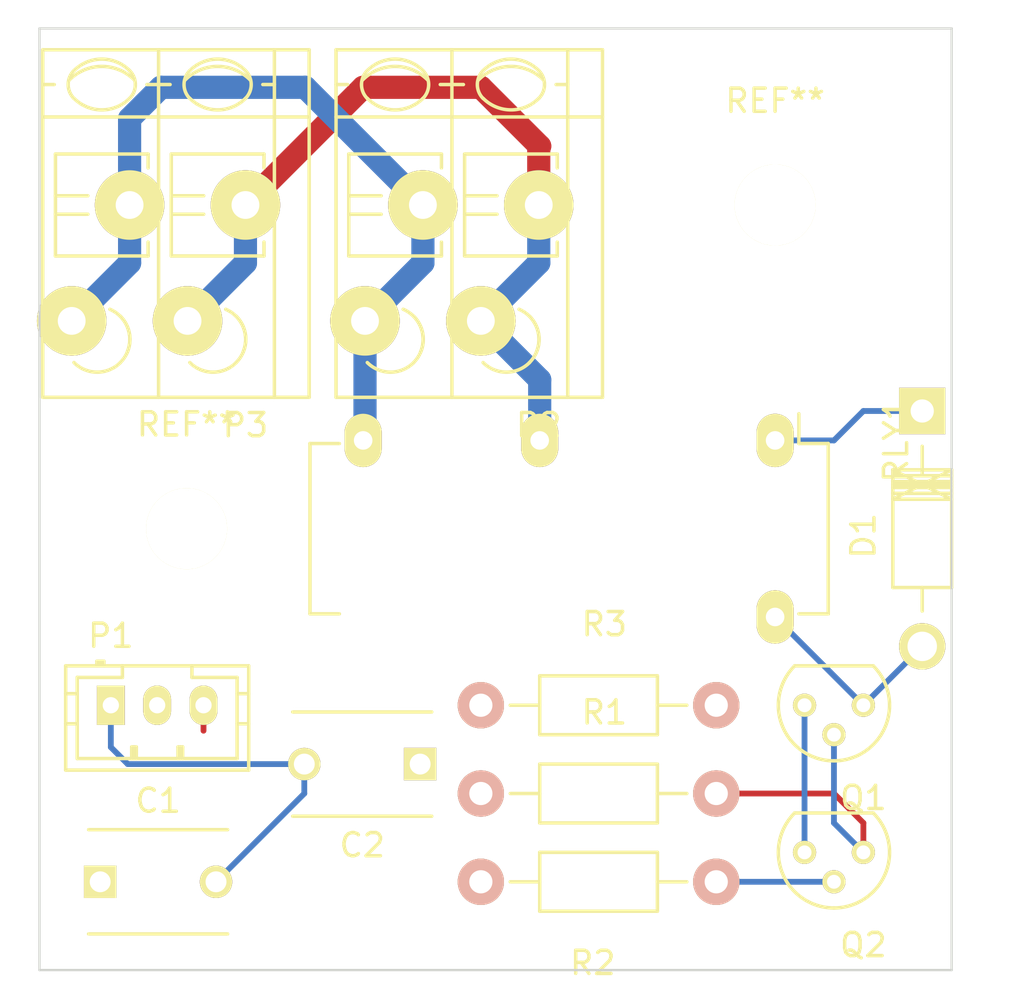
<source format=kicad_pcb>
(kicad_pcb (version 4) (host pcbnew 4.0.2+e4-6225~38~ubuntu14.04.1-stable)

  (general
    (links 0)
    (no_connects 24)
    (area 0 0 0 0)
    (thickness 1.6)
    (drawings 4)
    (tracks 39)
    (zones 0)
    (modules 14)
    (nets 10)
  )

  (page A4)
  (layers
    (0 F.Cu signal)
    (31 B.Cu signal)
    (32 B.Adhes user)
    (33 F.Adhes user)
    (34 B.Paste user)
    (35 F.Paste user)
    (36 B.SilkS user)
    (37 F.SilkS user)
    (38 B.Mask user)
    (39 F.Mask user)
    (40 Dwgs.User user)
    (41 Cmts.User user)
    (42 Eco1.User user)
    (43 Eco2.User user)
    (44 Edge.Cuts user)
    (45 Margin user)
    (46 B.CrtYd user)
    (47 F.CrtYd user)
    (48 B.Fab user)
    (49 F.Fab user)
  )

  (setup
    (last_trace_width 0.25)
    (trace_clearance 0.2)
    (zone_clearance 0.508)
    (zone_45_only no)
    (trace_min 0.2)
    (segment_width 0.2)
    (edge_width 0.1)
    (via_size 0.6)
    (via_drill 0.4)
    (via_min_size 0.4)
    (via_min_drill 0.3)
    (uvia_size 0.3)
    (uvia_drill 0.1)
    (uvias_allowed no)
    (uvia_min_size 0.2)
    (uvia_min_drill 0.1)
    (pcb_text_width 0.3)
    (pcb_text_size 1.5 1.5)
    (mod_edge_width 0.15)
    (mod_text_size 1 1)
    (mod_text_width 0.15)
    (pad_size 1.5 1.5)
    (pad_drill 0.6)
    (pad_to_mask_clearance 0)
    (aux_axis_origin 0 0)
    (visible_elements FFFFEF7F)
    (pcbplotparams
      (layerselection 0x00030_80000001)
      (usegerberextensions false)
      (excludeedgelayer true)
      (linewidth 0.100000)
      (plotframeref false)
      (viasonmask false)
      (mode 1)
      (useauxorigin false)
      (hpglpennumber 1)
      (hpglpenspeed 20)
      (hpglpendiameter 15)
      (hpglpenoverlay 2)
      (psnegative false)
      (psa4output false)
      (plotreference true)
      (plotvalue true)
      (plotinvisibletext false)
      (padsonsilk false)
      (subtractmaskfromsilk false)
      (outputformat 1)
      (mirror false)
      (drillshape 1)
      (scaleselection 1)
      (outputdirectory ""))
  )

  (net 0 "")
  (net 1 +5V)
  (net 2 GND)
  (net 3 "Net-(C2-Pad1)")
  (net 4 "Net-(D1-Pad2)")
  (net 5 "Net-(P1-Pad2)")
  (net 6 "Net-(P2-Pad2)")
  (net 7 "Net-(P2-Pad1)")
  (net 8 "Net-(Q1-Pad2)")
  (net 9 "Net-(Q2-Pad2)")

  (net_class Default "This is the default net class."
    (clearance 0.2)
    (trace_width 0.25)
    (via_dia 0.6)
    (via_drill 0.4)
    (uvia_dia 0.3)
    (uvia_drill 0.1)
    (add_net +5V)
    (add_net GND)
    (add_net "Net-(C2-Pad1)")
    (add_net "Net-(D1-Pad2)")
    (add_net "Net-(Q1-Pad2)")
    (add_net "Net-(Q2-Pad2)")
  )

  (net_class Mains ""
    (clearance 3)
    (trace_width 1)
    (via_dia 0.6)
    (via_drill 0.4)
    (uvia_dia 0.3)
    (uvia_drill 0.1)
    (add_net "Net-(P1-Pad2)")
    (add_net "Net-(P2-Pad1)")
    (add_net "Net-(P2-Pad2)")
  )

  (module Capacitors_ThroughHole:C_Disc_D6_P5 (layer F.Cu) (tedit 0) (tstamp 57533A27)
    (at 161.37 107.95)
    (descr "Capacitor 6mm Disc, Pitch 5mm")
    (tags Capacitor)
    (path /572D6095)
    (fp_text reference C1 (at 2.5 -3.5) (layer F.SilkS)
      (effects (font (size 1 1) (thickness 0.15)))
    )
    (fp_text value 100u (at 2.5 3.5) (layer F.Fab)
      (effects (font (size 1 1) (thickness 0.15)))
    )
    (fp_line (start -0.95 -2.5) (end 5.95 -2.5) (layer F.CrtYd) (width 0.05))
    (fp_line (start 5.95 -2.5) (end 5.95 2.5) (layer F.CrtYd) (width 0.05))
    (fp_line (start 5.95 2.5) (end -0.95 2.5) (layer F.CrtYd) (width 0.05))
    (fp_line (start -0.95 2.5) (end -0.95 -2.5) (layer F.CrtYd) (width 0.05))
    (fp_line (start -0.5 -2.25) (end 5.5 -2.25) (layer F.SilkS) (width 0.15))
    (fp_line (start 5.5 2.25) (end -0.5 2.25) (layer F.SilkS) (width 0.15))
    (pad 1 thru_hole rect (at 0 0) (size 1.4 1.4) (drill 0.9) (layers *.Cu *.Mask F.SilkS)
      (net 1 +5V))
    (pad 2 thru_hole circle (at 5 0) (size 1.4 1.4) (drill 0.9) (layers *.Cu *.Mask F.SilkS)
      (net 2 GND))
    (model Capacitors_ThroughHole.3dshapes/C_Disc_D6_P5.wrl
      (at (xyz 0.0984252 0 0))
      (scale (xyz 1 1 1))
      (rotate (xyz 0 0 0))
    )
  )

  (module Capacitors_ThroughHole:C_Disc_D6_P5 (layer F.Cu) (tedit 0) (tstamp 57533A2D)
    (at 175.18 102.87 180)
    (descr "Capacitor 6mm Disc, Pitch 5mm")
    (tags Capacitor)
    (path /572CE616)
    (fp_text reference C2 (at 2.5 -3.5 180) (layer F.SilkS)
      (effects (font (size 1 1) (thickness 0.15)))
    )
    (fp_text value 47u (at 2.5 3.5 180) (layer F.Fab)
      (effects (font (size 1 1) (thickness 0.15)))
    )
    (fp_line (start -0.95 -2.5) (end 5.95 -2.5) (layer F.CrtYd) (width 0.05))
    (fp_line (start 5.95 -2.5) (end 5.95 2.5) (layer F.CrtYd) (width 0.05))
    (fp_line (start 5.95 2.5) (end -0.95 2.5) (layer F.CrtYd) (width 0.05))
    (fp_line (start -0.95 2.5) (end -0.95 -2.5) (layer F.CrtYd) (width 0.05))
    (fp_line (start -0.5 -2.25) (end 5.5 -2.25) (layer F.SilkS) (width 0.15))
    (fp_line (start 5.5 2.25) (end -0.5 2.25) (layer F.SilkS) (width 0.15))
    (pad 1 thru_hole rect (at 0 0 180) (size 1.4 1.4) (drill 0.9) (layers *.Cu *.Mask F.SilkS)
      (net 3 "Net-(C2-Pad1)"))
    (pad 2 thru_hole circle (at 5 0 180) (size 1.4 1.4) (drill 0.9) (layers *.Cu *.Mask F.SilkS)
      (net 2 GND))
    (model Capacitors_ThroughHole.3dshapes/C_Disc_D6_P5.wrl
      (at (xyz 0.0984252 0 0))
      (scale (xyz 1 1 1))
      (rotate (xyz 0 0 0))
    )
  )

  (module Diodes_ThroughHole:Diode_DO-41_SOD81_Horizontal_RM10 (layer F.Cu) (tedit 552FFCCE) (tstamp 57533A33)
    (at 196.84746 87.63 270)
    (descr "Diode, DO-41, SOD81, Horizontal, RM 10mm,")
    (tags "Diode, DO-41, SOD81, Horizontal, RM 10mm, 1N4007, SB140,")
    (path /5737856B)
    (fp_text reference D1 (at 5.38734 2.53746 270) (layer F.SilkS)
      (effects (font (size 1 1) (thickness 0.15)))
    )
    (fp_text value 1N4148 (at 4.37134 -3.55854 270) (layer F.Fab)
      (effects (font (size 1 1) (thickness 0.15)))
    )
    (fp_line (start 7.62 -0.00254) (end 8.636 -0.00254) (layer F.SilkS) (width 0.15))
    (fp_line (start 2.794 -0.00254) (end 1.524 -0.00254) (layer F.SilkS) (width 0.15))
    (fp_line (start 3.048 -1.27254) (end 3.048 1.26746) (layer F.SilkS) (width 0.15))
    (fp_line (start 3.302 -1.27254) (end 3.302 1.26746) (layer F.SilkS) (width 0.15))
    (fp_line (start 3.556 -1.27254) (end 3.556 1.26746) (layer F.SilkS) (width 0.15))
    (fp_line (start 2.794 -1.27254) (end 2.794 1.26746) (layer F.SilkS) (width 0.15))
    (fp_line (start 3.81 -1.27254) (end 2.54 1.26746) (layer F.SilkS) (width 0.15))
    (fp_line (start 2.54 -1.27254) (end 3.81 1.26746) (layer F.SilkS) (width 0.15))
    (fp_line (start 3.81 -1.27254) (end 3.81 1.26746) (layer F.SilkS) (width 0.15))
    (fp_line (start 3.175 -1.27254) (end 3.175 1.26746) (layer F.SilkS) (width 0.15))
    (fp_line (start 2.54 1.26746) (end 2.54 -1.27254) (layer F.SilkS) (width 0.15))
    (fp_line (start 2.54 -1.27254) (end 7.62 -1.27254) (layer F.SilkS) (width 0.15))
    (fp_line (start 7.62 -1.27254) (end 7.62 1.26746) (layer F.SilkS) (width 0.15))
    (fp_line (start 7.62 1.26746) (end 2.54 1.26746) (layer F.SilkS) (width 0.15))
    (pad 2 thru_hole circle (at 10.16 -0.00254 90) (size 1.99898 1.99898) (drill 1.27) (layers *.Cu *.Mask F.SilkS)
      (net 4 "Net-(D1-Pad2)"))
    (pad 1 thru_hole rect (at 0 -0.00254 90) (size 1.99898 1.99898) (drill 1.00076) (layers *.Cu *.Mask F.SilkS)
      (net 1 +5V))
  )

  (module Connectors_JST:JST_PH_B3B-PH-K_03x2.00mm_Straight (layer F.Cu) (tedit 56B07786) (tstamp 57533A3A)
    (at 161.83 100.33)
    (descr http://www.jst-mfg.com/product/pdf/eng/ePH.pdf)
    (tags "connector jst ph")
    (path /5753360E)
    (fp_text reference P1 (at 0 -3) (layer F.SilkS)
      (effects (font (size 1 1) (thickness 0.15)))
    )
    (fp_text value CONN_01X03 (at 2 4) (layer F.Fab)
      (effects (font (size 1 1) (thickness 0.15)))
    )
    (fp_line (start -1.95 2.8) (end -1.95 -1.7) (layer F.SilkS) (width 0.15))
    (fp_line (start -1.95 -1.7) (end 5.95 -1.7) (layer F.SilkS) (width 0.15))
    (fp_line (start 5.95 -1.7) (end 5.95 2.8) (layer F.SilkS) (width 0.15))
    (fp_line (start 5.95 2.8) (end -1.95 2.8) (layer F.SilkS) (width 0.15))
    (fp_line (start 0.5 -1.7) (end 0.5 -1.2) (layer F.SilkS) (width 0.15))
    (fp_line (start 0.5 -1.2) (end -1.45 -1.2) (layer F.SilkS) (width 0.15))
    (fp_line (start -1.45 -1.2) (end -1.45 2.3) (layer F.SilkS) (width 0.15))
    (fp_line (start -1.45 2.3) (end 5.45 2.3) (layer F.SilkS) (width 0.15))
    (fp_line (start 5.45 2.3) (end 5.45 -1.2) (layer F.SilkS) (width 0.15))
    (fp_line (start 5.45 -1.2) (end 3.5 -1.2) (layer F.SilkS) (width 0.15))
    (fp_line (start 3.5 -1.2) (end 3.5 -1.7) (layer F.SilkS) (width 0.15))
    (fp_line (start -1.95 -0.5) (end -1.45 -0.5) (layer F.SilkS) (width 0.15))
    (fp_line (start -1.95 0.8) (end -1.45 0.8) (layer F.SilkS) (width 0.15))
    (fp_line (start 5.45 -0.5) (end 5.95 -0.5) (layer F.SilkS) (width 0.15))
    (fp_line (start 5.45 0.8) (end 5.95 0.8) (layer F.SilkS) (width 0.15))
    (fp_line (start -0.3 -1.7) (end -0.3 -1.9) (layer F.SilkS) (width 0.15))
    (fp_line (start -0.3 -1.9) (end -0.6 -1.9) (layer F.SilkS) (width 0.15))
    (fp_line (start -0.6 -1.9) (end -0.6 -1.7) (layer F.SilkS) (width 0.15))
    (fp_line (start -0.3 -1.8) (end -0.6 -1.8) (layer F.SilkS) (width 0.15))
    (fp_line (start 0.9 2.3) (end 0.9 1.8) (layer F.SilkS) (width 0.15))
    (fp_line (start 0.9 1.8) (end 1.1 1.8) (layer F.SilkS) (width 0.15))
    (fp_line (start 1.1 1.8) (end 1.1 2.3) (layer F.SilkS) (width 0.15))
    (fp_line (start 1 2.3) (end 1 1.8) (layer F.SilkS) (width 0.15))
    (fp_line (start 2.9 2.3) (end 2.9 1.8) (layer F.SilkS) (width 0.15))
    (fp_line (start 2.9 1.8) (end 3.1 1.8) (layer F.SilkS) (width 0.15))
    (fp_line (start 3.1 1.8) (end 3.1 2.3) (layer F.SilkS) (width 0.15))
    (fp_line (start 3 2.3) (end 3 1.8) (layer F.SilkS) (width 0.15))
    (fp_line (start -2.45 3.3) (end -2.45 -2.2) (layer F.CrtYd) (width 0.05))
    (fp_line (start -2.45 -2.2) (end 6.45 -2.2) (layer F.CrtYd) (width 0.05))
    (fp_line (start 6.45 -2.2) (end 6.45 3.3) (layer F.CrtYd) (width 0.05))
    (fp_line (start 6.45 3.3) (end -2.45 3.3) (layer F.CrtYd) (width 0.05))
    (pad 1 thru_hole rect (at 0 0) (size 1.2 1.7) (drill 0.7) (layers *.Cu *.Mask F.SilkS)
      (net 2 GND))
    (pad 2 thru_hole oval (at 2 0) (size 1.2 1.7) (drill 0.7) (layers *.Cu *.Mask F.SilkS)
      (net 5 "Net-(P1-Pad2)"))
    (pad 3 thru_hole oval (at 4 0) (size 1.2 1.7) (drill 0.7) (layers *.Cu *.Mask F.SilkS)
      (net 1 +5V))
  )

  (module Terminal_Blocks:TerminalBlock_WAGO-804_RM5mm_2pol (layer F.Cu) (tedit 5471A923) (tstamp 57533A42)
    (at 180.29936 78.74 180)
    (path /57533822)
    (fp_text reference P2 (at 0 -9.5 180) (layer F.SilkS)
      (effects (font (size 1 1) (thickness 0.15)))
    )
    (fp_text value CONN_01X02 (at 0 8 180) (layer F.Fab)
      (effects (font (size 1 1) (thickness 0.15)))
    )
    (fp_line (start 3.75 3.8) (end 8.75 3.8) (layer F.SilkS) (width 0.15))
    (fp_line (start 8.74904 -8.30072) (end 3.75032 -8.30072) (layer F.SilkS) (width 0.15))
    (fp_line (start 8.74904 6.70052) (end 3.75032 6.70052) (layer F.SilkS) (width 0.15))
    (fp_line (start 8.74904 -8.30072) (end 8.74904 6.70052) (layer F.SilkS) (width 0.15))
    (fp_line (start 3.75032 5.19938) (end 4.2507 5.19938) (layer F.SilkS) (width 0.15))
    (fp_line (start 8.74904 5.19938) (end 8.2512 5.19938) (layer F.SilkS) (width 0.15))
    (fp_line (start 4.1999 2.19964) (end 4.1999 1.6002) (layer F.SilkS) (width 0.15))
    (fp_line (start 8.2004 2.19964) (end 4.1999 2.19964) (layer F.SilkS) (width 0.15))
    (fp_line (start 8.2004 -2.19964) (end 8.2004 2.19964) (layer F.SilkS) (width 0.15))
    (fp_line (start 4.1999 -2.19964) (end 8.2004 -2.19964) (layer F.SilkS) (width 0.15))
    (fp_line (start 4.1999 -2.19964) (end 4.1999 -1.6002) (layer F.SilkS) (width 0.15))
    (fp_line (start 8.2004 -0.39878) (end 6.80086 -0.39878) (layer F.SilkS) (width 0.15))
    (fp_line (start 8.2004 0.39878) (end 6.80086 0.39878) (layer F.SilkS) (width 0.15))
    (fp_arc (start 6.39954 -5.79882) (end 5.39878 -6.79958) (angle 90) (layer F.SilkS) (width 0.15))
    (fp_arc (start 6.39954 -5.79882) (end 5.39878 -4.8006) (angle 90) (layer F.SilkS) (width 0.15))
    (fp_arc (start 6.19888 5.80136) (end 5 4.60248) (angle 90) (layer F.SilkS) (width 0.15))
    (fp_arc (start 6.19888 4.59994) (end 7.4003 5.79882) (angle 90) (layer F.SilkS) (width 0.15))
    (fp_arc (start 5.59944 5.19938) (end 5 5.79882) (angle 90) (layer F.SilkS) (width 0.15))
    (fp_arc (start 6.80086 5.19938) (end 7.40284 4.59994) (angle 90) (layer F.SilkS) (width 0.15))
    (fp_arc (start 6.19888 4.0005) (end 7.60096 5.40004) (angle 90) (layer F.SilkS) (width 0.15))
    (fp_arc (start 6.39954 -5.79882) (end 5.8509 -4.50088) (angle 90) (layer F.SilkS) (width 0.15))
    (fp_line (start 3.75 3.8) (end -2.75 3.8) (layer F.SilkS) (width 0.15))
    (fp_line (start -1.25 6.7) (end -2.75 6.7) (layer F.SilkS) (width 0.15))
    (fp_line (start -2.75 6.7) (end -2.75 -8.3) (layer F.SilkS) (width 0.15))
    (fp_line (start -2.75 -8.3) (end -1.25 -8.3) (layer F.SilkS) (width 0.15))
    (fp_arc (start 1.39954 -5.79882) (end 0.8509 -4.50088) (angle 90) (layer F.SilkS) (width 0.15))
    (fp_arc (start 1.19888 4.0005) (end 2.60096 5.40004) (angle 90) (layer F.SilkS) (width 0.15))
    (fp_arc (start 1.80086 5.19938) (end 2.40284 4.59994) (angle 90) (layer F.SilkS) (width 0.15))
    (fp_arc (start 0.59944 5.19938) (end 0 5.79882) (angle 90) (layer F.SilkS) (width 0.15))
    (fp_arc (start 1.19888 4.59994) (end 2.4003 5.79882) (angle 90) (layer F.SilkS) (width 0.15))
    (fp_arc (start 1.19888 5.80136) (end 0 4.60248) (angle 90) (layer F.SilkS) (width 0.15))
    (fp_arc (start 1.39954 -5.79882) (end 0.39878 -4.8006) (angle 90) (layer F.SilkS) (width 0.15))
    (fp_arc (start 1.39954 -5.79882) (end 0.39878 -6.79958) (angle 90) (layer F.SilkS) (width 0.15))
    (fp_line (start 3.2004 0.39878) (end 1.80086 0.39878) (layer F.SilkS) (width 0.15))
    (fp_line (start 3.2004 -0.39878) (end 1.80086 -0.39878) (layer F.SilkS) (width 0.15))
    (fp_line (start -0.8001 -2.19964) (end -0.8001 -1.6002) (layer F.SilkS) (width 0.15))
    (fp_line (start -0.8001 -2.19964) (end 3.2004 -2.19964) (layer F.SilkS) (width 0.15))
    (fp_line (start 3.2004 -2.19964) (end 3.2004 2.19964) (layer F.SilkS) (width 0.15))
    (fp_line (start 3.2004 2.19964) (end -0.8001 2.19964) (layer F.SilkS) (width 0.15))
    (fp_line (start -0.8001 2.19964) (end -0.8001 1.6002) (layer F.SilkS) (width 0.15))
    (fp_line (start 3.74904 5.19938) (end 3.2512 5.19938) (layer F.SilkS) (width 0.15))
    (fp_line (start -1.24968 5.19938) (end -0.7493 5.19938) (layer F.SilkS) (width 0.15))
    (fp_line (start 3.74904 -8.30072) (end 3.74904 6.70052) (layer F.SilkS) (width 0.15))
    (fp_line (start 3.74904 6.70052) (end -1.24968 6.70052) (layer F.SilkS) (width 0.15))
    (fp_line (start -1.24968 6.70052) (end -1.24968 -8.30072) (layer F.SilkS) (width 0.15))
    (fp_line (start 3.74904 -8.30072) (end -1.24968 -8.30072) (layer F.SilkS) (width 0.15))
    (pad 2 thru_hole circle (at 7.49936 -5.00126 180) (size 3 3) (drill 1.2) (layers *.Cu *.Mask F.SilkS)
      (net 6 "Net-(P2-Pad2)"))
    (pad 2 thru_hole circle (at 5 0 180) (size 3 3) (drill 1.2) (layers *.Cu *.Mask F.SilkS)
      (net 6 "Net-(P2-Pad2)"))
    (pad 1 thru_hole circle (at 0 0 180) (size 3 3) (drill 1.2) (layers *.Cu *.Mask F.SilkS)
      (net 7 "Net-(P2-Pad1)"))
    (pad 1 thru_hole circle (at 2.49936 -5.00126 180) (size 3 3) (drill 1.2) (layers *.Cu *.Mask F.SilkS)
      (net 7 "Net-(P2-Pad1)"))
  )

  (module Terminal_Blocks:TerminalBlock_WAGO-804_RM5mm_2pol (layer F.Cu) (tedit 5471A923) (tstamp 57533A4A)
    (at 167.64 78.74 180)
    (path /57533867)
    (fp_text reference P3 (at 0 -9.5 180) (layer F.SilkS)
      (effects (font (size 1 1) (thickness 0.15)))
    )
    (fp_text value CONN_01X02 (at 0 8 180) (layer F.Fab)
      (effects (font (size 1 1) (thickness 0.15)))
    )
    (fp_line (start 3.75 3.8) (end 8.75 3.8) (layer F.SilkS) (width 0.15))
    (fp_line (start 8.74904 -8.30072) (end 3.75032 -8.30072) (layer F.SilkS) (width 0.15))
    (fp_line (start 8.74904 6.70052) (end 3.75032 6.70052) (layer F.SilkS) (width 0.15))
    (fp_line (start 8.74904 -8.30072) (end 8.74904 6.70052) (layer F.SilkS) (width 0.15))
    (fp_line (start 3.75032 5.19938) (end 4.2507 5.19938) (layer F.SilkS) (width 0.15))
    (fp_line (start 8.74904 5.19938) (end 8.2512 5.19938) (layer F.SilkS) (width 0.15))
    (fp_line (start 4.1999 2.19964) (end 4.1999 1.6002) (layer F.SilkS) (width 0.15))
    (fp_line (start 8.2004 2.19964) (end 4.1999 2.19964) (layer F.SilkS) (width 0.15))
    (fp_line (start 8.2004 -2.19964) (end 8.2004 2.19964) (layer F.SilkS) (width 0.15))
    (fp_line (start 4.1999 -2.19964) (end 8.2004 -2.19964) (layer F.SilkS) (width 0.15))
    (fp_line (start 4.1999 -2.19964) (end 4.1999 -1.6002) (layer F.SilkS) (width 0.15))
    (fp_line (start 8.2004 -0.39878) (end 6.80086 -0.39878) (layer F.SilkS) (width 0.15))
    (fp_line (start 8.2004 0.39878) (end 6.80086 0.39878) (layer F.SilkS) (width 0.15))
    (fp_arc (start 6.39954 -5.79882) (end 5.39878 -6.79958) (angle 90) (layer F.SilkS) (width 0.15))
    (fp_arc (start 6.39954 -5.79882) (end 5.39878 -4.8006) (angle 90) (layer F.SilkS) (width 0.15))
    (fp_arc (start 6.19888 5.80136) (end 5 4.60248) (angle 90) (layer F.SilkS) (width 0.15))
    (fp_arc (start 6.19888 4.59994) (end 7.4003 5.79882) (angle 90) (layer F.SilkS) (width 0.15))
    (fp_arc (start 5.59944 5.19938) (end 5 5.79882) (angle 90) (layer F.SilkS) (width 0.15))
    (fp_arc (start 6.80086 5.19938) (end 7.40284 4.59994) (angle 90) (layer F.SilkS) (width 0.15))
    (fp_arc (start 6.19888 4.0005) (end 7.60096 5.40004) (angle 90) (layer F.SilkS) (width 0.15))
    (fp_arc (start 6.39954 -5.79882) (end 5.8509 -4.50088) (angle 90) (layer F.SilkS) (width 0.15))
    (fp_line (start 3.75 3.8) (end -2.75 3.8) (layer F.SilkS) (width 0.15))
    (fp_line (start -1.25 6.7) (end -2.75 6.7) (layer F.SilkS) (width 0.15))
    (fp_line (start -2.75 6.7) (end -2.75 -8.3) (layer F.SilkS) (width 0.15))
    (fp_line (start -2.75 -8.3) (end -1.25 -8.3) (layer F.SilkS) (width 0.15))
    (fp_arc (start 1.39954 -5.79882) (end 0.8509 -4.50088) (angle 90) (layer F.SilkS) (width 0.15))
    (fp_arc (start 1.19888 4.0005) (end 2.60096 5.40004) (angle 90) (layer F.SilkS) (width 0.15))
    (fp_arc (start 1.80086 5.19938) (end 2.40284 4.59994) (angle 90) (layer F.SilkS) (width 0.15))
    (fp_arc (start 0.59944 5.19938) (end 0 5.79882) (angle 90) (layer F.SilkS) (width 0.15))
    (fp_arc (start 1.19888 4.59994) (end 2.4003 5.79882) (angle 90) (layer F.SilkS) (width 0.15))
    (fp_arc (start 1.19888 5.80136) (end 0 4.60248) (angle 90) (layer F.SilkS) (width 0.15))
    (fp_arc (start 1.39954 -5.79882) (end 0.39878 -4.8006) (angle 90) (layer F.SilkS) (width 0.15))
    (fp_arc (start 1.39954 -5.79882) (end 0.39878 -6.79958) (angle 90) (layer F.SilkS) (width 0.15))
    (fp_line (start 3.2004 0.39878) (end 1.80086 0.39878) (layer F.SilkS) (width 0.15))
    (fp_line (start 3.2004 -0.39878) (end 1.80086 -0.39878) (layer F.SilkS) (width 0.15))
    (fp_line (start -0.8001 -2.19964) (end -0.8001 -1.6002) (layer F.SilkS) (width 0.15))
    (fp_line (start -0.8001 -2.19964) (end 3.2004 -2.19964) (layer F.SilkS) (width 0.15))
    (fp_line (start 3.2004 -2.19964) (end 3.2004 2.19964) (layer F.SilkS) (width 0.15))
    (fp_line (start 3.2004 2.19964) (end -0.8001 2.19964) (layer F.SilkS) (width 0.15))
    (fp_line (start -0.8001 2.19964) (end -0.8001 1.6002) (layer F.SilkS) (width 0.15))
    (fp_line (start 3.74904 5.19938) (end 3.2512 5.19938) (layer F.SilkS) (width 0.15))
    (fp_line (start -1.24968 5.19938) (end -0.7493 5.19938) (layer F.SilkS) (width 0.15))
    (fp_line (start 3.74904 -8.30072) (end 3.74904 6.70052) (layer F.SilkS) (width 0.15))
    (fp_line (start 3.74904 6.70052) (end -1.24968 6.70052) (layer F.SilkS) (width 0.15))
    (fp_line (start -1.24968 6.70052) (end -1.24968 -8.30072) (layer F.SilkS) (width 0.15))
    (fp_line (start 3.74904 -8.30072) (end -1.24968 -8.30072) (layer F.SilkS) (width 0.15))
    (pad 2 thru_hole circle (at 7.49936 -5.00126 180) (size 3 3) (drill 1.2) (layers *.Cu *.Mask F.SilkS)
      (net 6 "Net-(P2-Pad2)"))
    (pad 2 thru_hole circle (at 5 0 180) (size 3 3) (drill 1.2) (layers *.Cu *.Mask F.SilkS)
      (net 6 "Net-(P2-Pad2)"))
    (pad 1 thru_hole circle (at 0 0 180) (size 3 3) (drill 1.2) (layers *.Cu *.Mask F.SilkS)
      (net 7 "Net-(P2-Pad1)"))
    (pad 1 thru_hole circle (at 2.49936 -5.00126 180) (size 3 3) (drill 1.2) (layers *.Cu *.Mask F.SilkS)
      (net 7 "Net-(P2-Pad1)"))
  )

  (module Resistors_ThroughHole:Resistor_Horizontal_RM10mm (layer F.Cu) (tedit 56648415) (tstamp 57533A5E)
    (at 177.8 104.14)
    (descr "Resistor, Axial,  RM 10mm, 1/3W")
    (tags "Resistor Axial RM 10mm 1/3W")
    (path /572CE418)
    (fp_text reference R1 (at 5.32892 -3.50012) (layer F.SilkS)
      (effects (font (size 1 1) (thickness 0.15)))
    )
    (fp_text value 4K7 (at 5.08 3.81) (layer F.Fab)
      (effects (font (size 1 1) (thickness 0.15)))
    )
    (fp_line (start -1.25 -1.5) (end 11.4 -1.5) (layer F.CrtYd) (width 0.05))
    (fp_line (start -1.25 1.5) (end -1.25 -1.5) (layer F.CrtYd) (width 0.05))
    (fp_line (start 11.4 -1.5) (end 11.4 1.5) (layer F.CrtYd) (width 0.05))
    (fp_line (start -1.25 1.5) (end 11.4 1.5) (layer F.CrtYd) (width 0.05))
    (fp_line (start 2.54 -1.27) (end 7.62 -1.27) (layer F.SilkS) (width 0.15))
    (fp_line (start 7.62 -1.27) (end 7.62 1.27) (layer F.SilkS) (width 0.15))
    (fp_line (start 7.62 1.27) (end 2.54 1.27) (layer F.SilkS) (width 0.15))
    (fp_line (start 2.54 1.27) (end 2.54 -1.27) (layer F.SilkS) (width 0.15))
    (fp_line (start 2.54 0) (end 1.27 0) (layer F.SilkS) (width 0.15))
    (fp_line (start 7.62 0) (end 8.89 0) (layer F.SilkS) (width 0.15))
    (pad 1 thru_hole circle (at 0 0) (size 1.99898 1.99898) (drill 1.00076) (layers *.Cu *.SilkS *.Mask)
      (net 1 +5V))
    (pad 2 thru_hole circle (at 10.16 0) (size 1.99898 1.99898) (drill 1.00076) (layers *.Cu *.SilkS *.Mask)
      (net 8 "Net-(Q1-Pad2)"))
    (model Resistors_ThroughHole.3dshapes/Resistor_Horizontal_RM10mm.wrl
      (at (xyz 0.2 0 0))
      (scale (xyz 0.4 0.4 0.4))
      (rotate (xyz 0 0 0))
    )
  )

  (module Resistors_ThroughHole:Resistor_Horizontal_RM10mm (layer F.Cu) (tedit 56648415) (tstamp 57533A64)
    (at 187.96 107.95 180)
    (descr "Resistor, Axial,  RM 10mm, 1/3W")
    (tags "Resistor Axial RM 10mm 1/3W")
    (path /572CE51A)
    (fp_text reference R2 (at 5.32892 -3.50012 180) (layer F.SilkS)
      (effects (font (size 1 1) (thickness 0.15)))
    )
    (fp_text value 100K (at 5.08 3.81 180) (layer F.Fab)
      (effects (font (size 1 1) (thickness 0.15)))
    )
    (fp_line (start -1.25 -1.5) (end 11.4 -1.5) (layer F.CrtYd) (width 0.05))
    (fp_line (start -1.25 1.5) (end -1.25 -1.5) (layer F.CrtYd) (width 0.05))
    (fp_line (start 11.4 -1.5) (end 11.4 1.5) (layer F.CrtYd) (width 0.05))
    (fp_line (start -1.25 1.5) (end 11.4 1.5) (layer F.CrtYd) (width 0.05))
    (fp_line (start 2.54 -1.27) (end 7.62 -1.27) (layer F.SilkS) (width 0.15))
    (fp_line (start 7.62 -1.27) (end 7.62 1.27) (layer F.SilkS) (width 0.15))
    (fp_line (start 7.62 1.27) (end 2.54 1.27) (layer F.SilkS) (width 0.15))
    (fp_line (start 2.54 1.27) (end 2.54 -1.27) (layer F.SilkS) (width 0.15))
    (fp_line (start 2.54 0) (end 1.27 0) (layer F.SilkS) (width 0.15))
    (fp_line (start 7.62 0) (end 8.89 0) (layer F.SilkS) (width 0.15))
    (pad 1 thru_hole circle (at 0 0 180) (size 1.99898 1.99898) (drill 1.00076) (layers *.Cu *.SilkS *.Mask)
      (net 9 "Net-(Q2-Pad2)"))
    (pad 2 thru_hole circle (at 10.16 0 180) (size 1.99898 1.99898) (drill 1.00076) (layers *.Cu *.SilkS *.Mask)
      (net 3 "Net-(C2-Pad1)"))
    (model Resistors_ThroughHole.3dshapes/Resistor_Horizontal_RM10mm.wrl
      (at (xyz 0.2 0 0))
      (scale (xyz 0.4 0.4 0.4))
      (rotate (xyz 0 0 0))
    )
  )

  (module Resistors_ThroughHole:Resistor_Horizontal_RM10mm (layer F.Cu) (tedit 56648415) (tstamp 57533A6A)
    (at 177.8 100.33)
    (descr "Resistor, Axial,  RM 10mm, 1/3W")
    (tags "Resistor Axial RM 10mm 1/3W")
    (path /572CE57D)
    (fp_text reference R3 (at 5.32892 -3.50012) (layer F.SilkS)
      (effects (font (size 1 1) (thickness 0.15)))
    )
    (fp_text value 22K (at 5.08 3.81) (layer F.Fab)
      (effects (font (size 1 1) (thickness 0.15)))
    )
    (fp_line (start -1.25 -1.5) (end 11.4 -1.5) (layer F.CrtYd) (width 0.05))
    (fp_line (start -1.25 1.5) (end -1.25 -1.5) (layer F.CrtYd) (width 0.05))
    (fp_line (start 11.4 -1.5) (end 11.4 1.5) (layer F.CrtYd) (width 0.05))
    (fp_line (start -1.25 1.5) (end 11.4 1.5) (layer F.CrtYd) (width 0.05))
    (fp_line (start 2.54 -1.27) (end 7.62 -1.27) (layer F.SilkS) (width 0.15))
    (fp_line (start 7.62 -1.27) (end 7.62 1.27) (layer F.SilkS) (width 0.15))
    (fp_line (start 7.62 1.27) (end 2.54 1.27) (layer F.SilkS) (width 0.15))
    (fp_line (start 2.54 1.27) (end 2.54 -1.27) (layer F.SilkS) (width 0.15))
    (fp_line (start 2.54 0) (end 1.27 0) (layer F.SilkS) (width 0.15))
    (fp_line (start 7.62 0) (end 8.89 0) (layer F.SilkS) (width 0.15))
    (pad 1 thru_hole circle (at 0 0) (size 1.99898 1.99898) (drill 1.00076) (layers *.Cu *.SilkS *.Mask)
      (net 3 "Net-(C2-Pad1)"))
    (pad 2 thru_hole circle (at 10.16 0) (size 1.99898 1.99898) (drill 1.00076) (layers *.Cu *.SilkS *.Mask)
      (net 5 "Net-(P1-Pad2)"))
    (model Resistors_ThroughHole.3dshapes/Resistor_Horizontal_RM10mm.wrl
      (at (xyz 0.2 0 0))
      (scale (xyz 0.4 0.4 0.4))
      (rotate (xyz 0 0 0))
    )
  )

  (module custom:TO-92_Molded_Narrow_CBE (layer F.Cu) (tedit 54F242E1) (tstamp 57534580)
    (at 194.31 100.33 180)
    (descr "TO-92 leads molded, narrow, drill 0.6mm (see NXP sot054_po.pdf)")
    (tags "to-92 sc-43 sc-43a sot54 PA33 transistor")
    (path /57534758)
    (fp_text reference Q1 (at 0 -4 180) (layer F.SilkS)
      (effects (font (size 1 1) (thickness 0.15)))
    )
    (fp_text value BC547 (at 0 3 360) (layer F.Fab)
      (effects (font (size 1 1) (thickness 0.15)))
    )
    (fp_line (start -1.4 1.95) (end -1.4 -2.65) (layer F.CrtYd) (width 0.05))
    (fp_line (start -1.4 1.95) (end 3.9 1.95) (layer F.CrtYd) (width 0.05))
    (fp_line (start -0.43 1.7) (end 2.97 1.7) (layer F.SilkS) (width 0.15))
    (fp_arc (start 1.27 0) (end 1.27 -2.4) (angle -135) (layer F.SilkS) (width 0.15))
    (fp_arc (start 1.27 0) (end 1.27 -2.4) (angle 135) (layer F.SilkS) (width 0.15))
    (fp_line (start -1.4 -2.65) (end 3.9 -2.65) (layer F.CrtYd) (width 0.05))
    (fp_line (start 3.9 1.95) (end 3.9 -2.65) (layer F.CrtYd) (width 0.05))
    (pad 2 thru_hole circle (at 1.27 -1.27 270) (size 1.00076 1.00076) (drill 0.6) (layers *.Cu *.Mask F.SilkS)
      (net 8 "Net-(Q1-Pad2)"))
    (pad 3 thru_hole circle (at 2.54 0 270) (size 1.00076 1.00076) (drill 0.6) (layers *.Cu *.Mask F.SilkS)
      (net 2 GND))
    (pad 1 thru_hole circle (at 0 0 270) (size 1.00076 1.00076) (drill 0.6) (layers *.Cu *.Mask F.SilkS)
      (net 4 "Net-(D1-Pad2)"))
    (model TO_SOT_Packages_THT.3dshapes/TO-92_Molded_Narrow.wrl
      (at (xyz 0.05 0 0))
      (scale (xyz 1 1 1))
      (rotate (xyz 0 0 -90))
    )
  )

  (module custom:TO-92_Molded_Narrow_CBE (layer F.Cu) (tedit 54F242E1) (tstamp 5753458D)
    (at 194.31 106.68 180)
    (descr "TO-92 leads molded, narrow, drill 0.6mm (see NXP sot054_po.pdf)")
    (tags "to-92 sc-43 sc-43a sot54 PA33 transistor")
    (path /57534696)
    (fp_text reference Q2 (at 0 -4 180) (layer F.SilkS)
      (effects (font (size 1 1) (thickness 0.15)))
    )
    (fp_text value BC547 (at 0 3 180) (layer F.Fab)
      (effects (font (size 1 1) (thickness 0.15)))
    )
    (fp_line (start -1.4 1.95) (end -1.4 -2.65) (layer F.CrtYd) (width 0.05))
    (fp_line (start -1.4 1.95) (end 3.9 1.95) (layer F.CrtYd) (width 0.05))
    (fp_line (start -0.43 1.7) (end 2.97 1.7) (layer F.SilkS) (width 0.15))
    (fp_arc (start 1.27 0) (end 1.27 -2.4) (angle -135) (layer F.SilkS) (width 0.15))
    (fp_arc (start 1.27 0) (end 1.27 -2.4) (angle 135) (layer F.SilkS) (width 0.15))
    (fp_line (start -1.4 -2.65) (end 3.9 -2.65) (layer F.CrtYd) (width 0.05))
    (fp_line (start 3.9 1.95) (end 3.9 -2.65) (layer F.CrtYd) (width 0.05))
    (pad 2 thru_hole circle (at 1.27 -1.27 270) (size 1.00076 1.00076) (drill 0.6) (layers *.Cu *.Mask F.SilkS)
      (net 9 "Net-(Q2-Pad2)"))
    (pad 3 thru_hole circle (at 2.54 0 270) (size 1.00076 1.00076) (drill 0.6) (layers *.Cu *.Mask F.SilkS)
      (net 2 GND))
    (pad 1 thru_hole circle (at 0 0 270) (size 1.00076 1.00076) (drill 0.6) (layers *.Cu *.Mask F.SilkS)
      (net 8 "Net-(Q1-Pad2)"))
    (model TO_SOT_Packages_THT.3dshapes/TO-92_Molded_Narrow.wrl
      (at (xyz 0.05 0 0))
      (scale (xyz 1 1 1))
      (rotate (xyz 0 0 -90))
    )
  )

  (module custom:DIP-16_Relay (layer F.Cu) (tedit 57533E00) (tstamp 5753459A)
    (at 190.5 88.9 270)
    (descr "16-lead dip package, row spacing 7.62 mm (300 mils), longer pads")
    (tags "dil dip 2.54 300")
    (path /57533E47)
    (fp_text reference RLY1 (at 0 -5.22 270) (layer F.SilkS)
      (effects (font (size 1 1) (thickness 0.15)))
    )
    (fp_text value RELAY_DIL16 (at 3.81 -3.81 270) (layer F.Fab)
      (effects (font (size 1 1) (thickness 0.15)))
    )
    (fp_line (start -1.4 -2.45) (end -1.4 20.25) (layer F.CrtYd) (width 0.05))
    (fp_line (start 9 -2.45) (end 9 20.25) (layer F.CrtYd) (width 0.05))
    (fp_line (start -1.4 -2.45) (end 9 -2.45) (layer F.CrtYd) (width 0.05))
    (fp_line (start -1.4 20.25) (end 9 20.25) (layer F.CrtYd) (width 0.05))
    (fp_line (start 0.135 -2.295) (end 0.135 -1.025) (layer F.SilkS) (width 0.15))
    (fp_line (start 7.485 -2.295) (end 7.485 -1.025) (layer F.SilkS) (width 0.15))
    (fp_line (start 7.485 20.075) (end 7.485 18.805) (layer F.SilkS) (width 0.15))
    (fp_line (start 0.135 20.075) (end 0.135 18.805) (layer F.SilkS) (width 0.15))
    (fp_line (start 0.135 -2.295) (end 7.485 -2.295) (layer F.SilkS) (width 0.15))
    (fp_line (start 0.135 20.075) (end 7.485 20.075) (layer F.SilkS) (width 0.15))
    (fp_line (start 0.135 -1.025) (end -1.15 -1.025) (layer F.SilkS) (width 0.15))
    (pad 1 thru_hole oval (at 0 0 270) (size 2.3 1.6) (drill 0.8) (layers *.Cu *.Mask F.SilkS)
      (net 1 +5V))
    (pad 5 thru_hole oval (at 0 10.16 270) (size 2.3 1.6) (drill 0.8) (layers *.Cu *.Mask F.SilkS)
      (net 7 "Net-(P2-Pad1)"))
    (pad 8 thru_hole oval (at 0 17.78 270) (size 2.3 1.6) (drill 0.8) (layers *.Cu *.Mask F.SilkS)
      (net 6 "Net-(P2-Pad2)"))
    (pad 16 thru_hole oval (at 7.62 0 270) (size 2.3 1.6) (drill 0.8) (layers *.Cu *.Mask F.SilkS)
      (net 4 "Net-(D1-Pad2)"))
    (model Housings_DIP.3dshapes/DIP-16_W7.62mm_LongPads.wrl
      (at (xyz 0 0 0))
      (scale (xyz 1 1 1))
      (rotate (xyz 0 0 0))
    )
  )

  (module Mounting_Holes:MountingHole_3.5mm (layer F.Cu) (tedit 56D1B4CB) (tstamp 5753465F)
    (at 190.5 78.74)
    (descr "Mounting Hole 3.5mm, no annular")
    (tags "mounting hole 3.5mm no annular")
    (fp_text reference REF** (at 0 -4.5) (layer F.SilkS)
      (effects (font (size 1 1) (thickness 0.15)))
    )
    (fp_text value MountingHole_3.5mm (at 0 4.5) (layer F.Fab)
      (effects (font (size 1 1) (thickness 0.15)))
    )
    (fp_circle (center 0 0) (end 3.5 0) (layer Cmts.User) (width 0.15))
    (fp_circle (center 0 0) (end 3.75 0) (layer F.CrtYd) (width 0.05))
    (pad 1 np_thru_hole circle (at 0 0) (size 3.5 3.5) (drill 3.5) (layers *.Cu *.Mask F.SilkS))
  )

  (module Mounting_Holes:MountingHole_3.5mm (layer F.Cu) (tedit 56D1B4CB) (tstamp 57534660)
    (at 165.1 92.71)
    (descr "Mounting Hole 3.5mm, no annular")
    (tags "mounting hole 3.5mm no annular")
    (fp_text reference REF** (at 0 -4.5) (layer F.SilkS)
      (effects (font (size 1 1) (thickness 0.15)))
    )
    (fp_text value MountingHole_3.5mm (at 0 4.5) (layer F.Fab)
      (effects (font (size 1 1) (thickness 0.15)))
    )
    (fp_circle (center 0 0) (end 3.5 0) (layer Cmts.User) (width 0.15))
    (fp_circle (center 0 0) (end 3.75 0) (layer F.CrtYd) (width 0.05))
    (pad 1 np_thru_hole circle (at 0 0) (size 3.5 3.5) (drill 3.5) (layers *.Cu *.Mask F.SilkS))
  )

  (gr_line (start 198.12 71.12) (end 158.75 71.12) (layer Edge.Cuts) (width 0.1))
  (gr_line (start 198.12 111.76) (end 198.12 71.12) (layer Edge.Cuts) (width 0.1))
  (gr_line (start 158.75 111.76) (end 198.12 111.76) (layer Edge.Cuts) (width 0.1))
  (gr_line (start 158.75 71.12) (end 158.75 111.76) (layer Edge.Cuts) (width 0.1))

  (segment (start 165.83 100.33) (end 165.83 101.43) (width 0.25) (layer F.Cu) (net 1))
  (segment (start 193.04 88.9) (end 194.31 87.63) (width 0.25) (layer B.Cu) (net 1))
  (segment (start 194.31 87.63) (end 196.85 87.63) (width 0.25) (layer B.Cu) (net 1))
  (segment (start 190.5 88.9) (end 193.04 88.9) (width 0.25) (layer B.Cu) (net 1))
  (segment (start 170.18 102.87) (end 170.18 104.14) (width 0.25) (layer B.Cu) (net 2))
  (segment (start 170.18 104.14) (end 166.37 107.95) (width 0.25) (layer B.Cu) (net 2))
  (segment (start 161.83 102.14) (end 162.56 102.87) (width 0.25) (layer B.Cu) (net 2))
  (segment (start 162.56 102.87) (end 170.18 102.87) (width 0.25) (layer B.Cu) (net 2))
  (segment (start 161.83 100.33) (end 161.83 102.14) (width 0.25) (layer B.Cu) (net 2))
  (segment (start 191.77 100.33) (end 191.77 106.68) (width 0.25) (layer B.Cu) (net 2))
  (segment (start 194.31 100.33) (end 196.85 97.79) (width 0.25) (layer B.Cu) (net 4))
  (segment (start 190.5 96.52) (end 194.31 100.33) (width 0.25) (layer B.Cu) (net 4))
  (segment (start 172.8 83.74126) (end 172.8 88.82) (width 1) (layer B.Cu) (net 6))
  (segment (start 172.8 88.82) (end 172.72 88.9) (width 1) (layer B.Cu) (net 6))
  (segment (start 163.99 73.66) (end 170.21936 73.66) (width 1) (layer B.Cu) (net 6))
  (segment (start 170.21936 73.66) (end 175.29936 78.74) (width 1) (layer B.Cu) (net 6))
  (segment (start 162.64 75.01) (end 163.99 73.66) (width 1) (layer B.Cu) (net 6))
  (segment (start 162.64 78.74) (end 162.64 75.01) (width 1) (layer B.Cu) (net 6))
  (segment (start 175.29936 78.74) (end 175.29936 81.2419) (width 1) (layer B.Cu) (net 6))
  (segment (start 175.29936 81.2419) (end 172.8 83.74126) (width 1) (layer B.Cu) (net 6))
  (segment (start 162.64 78.74) (end 162.64 81.2419) (width 1) (layer B.Cu) (net 6))
  (segment (start 162.64 81.2419) (end 160.14064 83.74126) (width 1) (layer B.Cu) (net 6))
  (segment (start 180.34 86.28126) (end 180.34 88.9) (width 1) (layer B.Cu) (net 7))
  (segment (start 177.8 83.74126) (end 180.34 86.28126) (width 1) (layer B.Cu) (net 7))
  (segment (start 180.34 76.2) (end 180.29936 76.24064) (width 1) (layer F.Cu) (net 7))
  (segment (start 180.29936 76.24064) (end 180.29936 78.74) (width 1) (layer F.Cu) (net 7))
  (segment (start 177.8 73.66) (end 180.34 76.2) (width 1) (layer F.Cu) (net 7))
  (segment (start 172.72 73.66) (end 177.8 73.66) (width 1) (layer F.Cu) (net 7))
  (segment (start 167.64 78.74) (end 172.72 73.66) (width 1) (layer F.Cu) (net 7))
  (segment (start 167.64 78.74) (end 167.64 81.2419) (width 1) (layer B.Cu) (net 7))
  (segment (start 167.64 81.2419) (end 165.14064 83.74126) (width 1) (layer B.Cu) (net 7))
  (segment (start 180.29936 78.74) (end 180.29936 81.2419) (width 1) (layer B.Cu) (net 7))
  (segment (start 180.29936 81.2419) (end 177.8 83.74126) (width 1) (layer B.Cu) (net 7))
  (segment (start 194.31 105.41) (end 194.31 106.68) (width 0.25) (layer F.Cu) (net 8))
  (segment (start 193.04 104.14) (end 194.31 105.41) (width 0.25) (layer F.Cu) (net 8))
  (segment (start 187.96 104.14) (end 193.04 104.14) (width 0.25) (layer F.Cu) (net 8))
  (segment (start 193.04 101.6) (end 193.04 105.41) (width 0.25) (layer B.Cu) (net 8))
  (segment (start 193.04 105.41) (end 194.31 106.68) (width 0.25) (layer B.Cu) (net 8))
  (segment (start 193.04 107.95) (end 187.96 107.95) (width 0.25) (layer B.Cu) (net 9))

)

</source>
